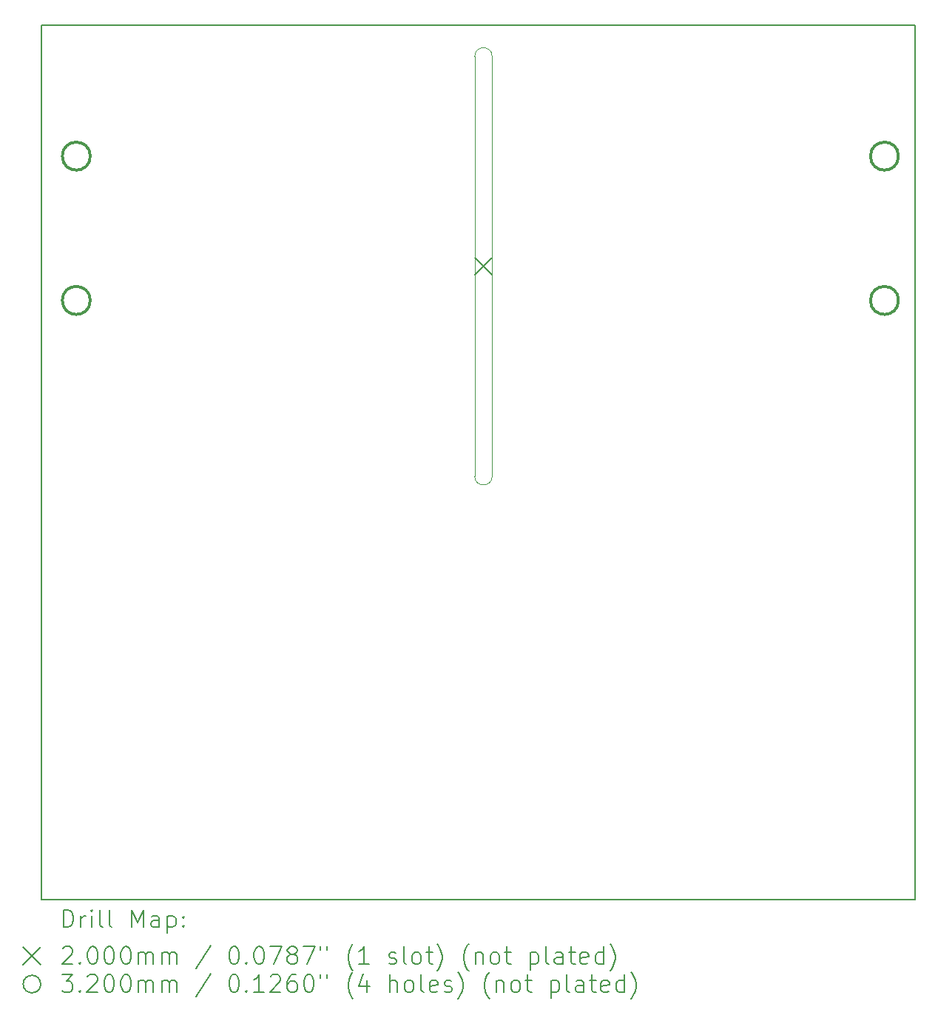
<source format=gbr>
%TF.GenerationSoftware,KiCad,Pcbnew,7.0.11+dfsg-1build4*%
%TF.CreationDate,2025-11-16T19:22:08-06:00*%
%TF.ProjectId,AdapterBoard,41646170-7465-4724-926f-6172642e6b69,rev?*%
%TF.SameCoordinates,Original*%
%TF.FileFunction,Drillmap*%
%TF.FilePolarity,Positive*%
%FSLAX45Y45*%
G04 Gerber Fmt 4.5, Leading zero omitted, Abs format (unit mm)*
G04 Created by KiCad (PCBNEW 7.0.11+dfsg-1build4) date 2025-11-16 19:22:08*
%MOMM*%
%LPD*%
G01*
G04 APERTURE LIST*
%ADD10C,0.150000*%
%ADD11C,0.200000*%
%ADD12C,0.100000*%
%ADD13C,0.320000*%
G04 APERTURE END LIST*
D10*
X13000000Y-3000000D02*
X13000000Y-13000000D01*
X3000000Y-3000000D02*
X13000000Y-3000000D01*
X13000000Y-13000000D02*
X3000000Y-13000000D01*
X3000000Y-13000000D02*
X3000000Y-3000000D01*
D11*
X7960000Y-5660000D02*
X8160000Y-5860000D01*
X8160000Y-5660000D02*
X7960000Y-5860000D01*
D12*
X7960000Y-3360000D02*
X7960000Y-8160000D01*
X7960000Y-8160000D02*
G75*
G03*
X8160000Y-8160000I100000J0D01*
G01*
X8160000Y-8160000D02*
X8160000Y-3360000D01*
X8160000Y-3360000D02*
G75*
G03*
X7960000Y-3360000I-100000J0D01*
G01*
D13*
X3560000Y-4500000D02*
G75*
G03*
X3240000Y-4500000I-160000J0D01*
G01*
X3240000Y-4500000D02*
G75*
G03*
X3560000Y-4500000I160000J0D01*
G01*
X3560000Y-6150000D02*
G75*
G03*
X3240000Y-6150000I-160000J0D01*
G01*
X3240000Y-6150000D02*
G75*
G03*
X3560000Y-6150000I160000J0D01*
G01*
X12810000Y-4500000D02*
G75*
G03*
X12490000Y-4500000I-160000J0D01*
G01*
X12490000Y-4500000D02*
G75*
G03*
X12810000Y-4500000I160000J0D01*
G01*
X12810000Y-6150000D02*
G75*
G03*
X12490000Y-6150000I-160000J0D01*
G01*
X12490000Y-6150000D02*
G75*
G03*
X12810000Y-6150000I160000J0D01*
G01*
D11*
X3253277Y-13318984D02*
X3253277Y-13118984D01*
X3253277Y-13118984D02*
X3300896Y-13118984D01*
X3300896Y-13118984D02*
X3329467Y-13128508D01*
X3329467Y-13128508D02*
X3348515Y-13147555D01*
X3348515Y-13147555D02*
X3358039Y-13166603D01*
X3358039Y-13166603D02*
X3367562Y-13204698D01*
X3367562Y-13204698D02*
X3367562Y-13233269D01*
X3367562Y-13233269D02*
X3358039Y-13271365D01*
X3358039Y-13271365D02*
X3348515Y-13290412D01*
X3348515Y-13290412D02*
X3329467Y-13309460D01*
X3329467Y-13309460D02*
X3300896Y-13318984D01*
X3300896Y-13318984D02*
X3253277Y-13318984D01*
X3453277Y-13318984D02*
X3453277Y-13185650D01*
X3453277Y-13223746D02*
X3462801Y-13204698D01*
X3462801Y-13204698D02*
X3472324Y-13195174D01*
X3472324Y-13195174D02*
X3491372Y-13185650D01*
X3491372Y-13185650D02*
X3510420Y-13185650D01*
X3577086Y-13318984D02*
X3577086Y-13185650D01*
X3577086Y-13118984D02*
X3567562Y-13128508D01*
X3567562Y-13128508D02*
X3577086Y-13138031D01*
X3577086Y-13138031D02*
X3586610Y-13128508D01*
X3586610Y-13128508D02*
X3577086Y-13118984D01*
X3577086Y-13118984D02*
X3577086Y-13138031D01*
X3700896Y-13318984D02*
X3681848Y-13309460D01*
X3681848Y-13309460D02*
X3672324Y-13290412D01*
X3672324Y-13290412D02*
X3672324Y-13118984D01*
X3805658Y-13318984D02*
X3786610Y-13309460D01*
X3786610Y-13309460D02*
X3777086Y-13290412D01*
X3777086Y-13290412D02*
X3777086Y-13118984D01*
X4034229Y-13318984D02*
X4034229Y-13118984D01*
X4034229Y-13118984D02*
X4100896Y-13261841D01*
X4100896Y-13261841D02*
X4167562Y-13118984D01*
X4167562Y-13118984D02*
X4167562Y-13318984D01*
X4348515Y-13318984D02*
X4348515Y-13214222D01*
X4348515Y-13214222D02*
X4338991Y-13195174D01*
X4338991Y-13195174D02*
X4319944Y-13185650D01*
X4319944Y-13185650D02*
X4281848Y-13185650D01*
X4281848Y-13185650D02*
X4262801Y-13195174D01*
X4348515Y-13309460D02*
X4329467Y-13318984D01*
X4329467Y-13318984D02*
X4281848Y-13318984D01*
X4281848Y-13318984D02*
X4262801Y-13309460D01*
X4262801Y-13309460D02*
X4253277Y-13290412D01*
X4253277Y-13290412D02*
X4253277Y-13271365D01*
X4253277Y-13271365D02*
X4262801Y-13252317D01*
X4262801Y-13252317D02*
X4281848Y-13242793D01*
X4281848Y-13242793D02*
X4329467Y-13242793D01*
X4329467Y-13242793D02*
X4348515Y-13233269D01*
X4443753Y-13185650D02*
X4443753Y-13385650D01*
X4443753Y-13195174D02*
X4462801Y-13185650D01*
X4462801Y-13185650D02*
X4500896Y-13185650D01*
X4500896Y-13185650D02*
X4519944Y-13195174D01*
X4519944Y-13195174D02*
X4529467Y-13204698D01*
X4529467Y-13204698D02*
X4538991Y-13223746D01*
X4538991Y-13223746D02*
X4538991Y-13280888D01*
X4538991Y-13280888D02*
X4529467Y-13299936D01*
X4529467Y-13299936D02*
X4519944Y-13309460D01*
X4519944Y-13309460D02*
X4500896Y-13318984D01*
X4500896Y-13318984D02*
X4462801Y-13318984D01*
X4462801Y-13318984D02*
X4443753Y-13309460D01*
X4624705Y-13299936D02*
X4634229Y-13309460D01*
X4634229Y-13309460D02*
X4624705Y-13318984D01*
X4624705Y-13318984D02*
X4615182Y-13309460D01*
X4615182Y-13309460D02*
X4624705Y-13299936D01*
X4624705Y-13299936D02*
X4624705Y-13318984D01*
X4624705Y-13195174D02*
X4634229Y-13204698D01*
X4634229Y-13204698D02*
X4624705Y-13214222D01*
X4624705Y-13214222D02*
X4615182Y-13204698D01*
X4615182Y-13204698D02*
X4624705Y-13195174D01*
X4624705Y-13195174D02*
X4624705Y-13214222D01*
X2792500Y-13547500D02*
X2992500Y-13747500D01*
X2992500Y-13547500D02*
X2792500Y-13747500D01*
X3243753Y-13558031D02*
X3253277Y-13548508D01*
X3253277Y-13548508D02*
X3272324Y-13538984D01*
X3272324Y-13538984D02*
X3319943Y-13538984D01*
X3319943Y-13538984D02*
X3338991Y-13548508D01*
X3338991Y-13548508D02*
X3348515Y-13558031D01*
X3348515Y-13558031D02*
X3358039Y-13577079D01*
X3358039Y-13577079D02*
X3358039Y-13596127D01*
X3358039Y-13596127D02*
X3348515Y-13624698D01*
X3348515Y-13624698D02*
X3234229Y-13738984D01*
X3234229Y-13738984D02*
X3358039Y-13738984D01*
X3443753Y-13719936D02*
X3453277Y-13729460D01*
X3453277Y-13729460D02*
X3443753Y-13738984D01*
X3443753Y-13738984D02*
X3434229Y-13729460D01*
X3434229Y-13729460D02*
X3443753Y-13719936D01*
X3443753Y-13719936D02*
X3443753Y-13738984D01*
X3577086Y-13538984D02*
X3596134Y-13538984D01*
X3596134Y-13538984D02*
X3615182Y-13548508D01*
X3615182Y-13548508D02*
X3624705Y-13558031D01*
X3624705Y-13558031D02*
X3634229Y-13577079D01*
X3634229Y-13577079D02*
X3643753Y-13615174D01*
X3643753Y-13615174D02*
X3643753Y-13662793D01*
X3643753Y-13662793D02*
X3634229Y-13700888D01*
X3634229Y-13700888D02*
X3624705Y-13719936D01*
X3624705Y-13719936D02*
X3615182Y-13729460D01*
X3615182Y-13729460D02*
X3596134Y-13738984D01*
X3596134Y-13738984D02*
X3577086Y-13738984D01*
X3577086Y-13738984D02*
X3558039Y-13729460D01*
X3558039Y-13729460D02*
X3548515Y-13719936D01*
X3548515Y-13719936D02*
X3538991Y-13700888D01*
X3538991Y-13700888D02*
X3529467Y-13662793D01*
X3529467Y-13662793D02*
X3529467Y-13615174D01*
X3529467Y-13615174D02*
X3538991Y-13577079D01*
X3538991Y-13577079D02*
X3548515Y-13558031D01*
X3548515Y-13558031D02*
X3558039Y-13548508D01*
X3558039Y-13548508D02*
X3577086Y-13538984D01*
X3767562Y-13538984D02*
X3786610Y-13538984D01*
X3786610Y-13538984D02*
X3805658Y-13548508D01*
X3805658Y-13548508D02*
X3815182Y-13558031D01*
X3815182Y-13558031D02*
X3824705Y-13577079D01*
X3824705Y-13577079D02*
X3834229Y-13615174D01*
X3834229Y-13615174D02*
X3834229Y-13662793D01*
X3834229Y-13662793D02*
X3824705Y-13700888D01*
X3824705Y-13700888D02*
X3815182Y-13719936D01*
X3815182Y-13719936D02*
X3805658Y-13729460D01*
X3805658Y-13729460D02*
X3786610Y-13738984D01*
X3786610Y-13738984D02*
X3767562Y-13738984D01*
X3767562Y-13738984D02*
X3748515Y-13729460D01*
X3748515Y-13729460D02*
X3738991Y-13719936D01*
X3738991Y-13719936D02*
X3729467Y-13700888D01*
X3729467Y-13700888D02*
X3719943Y-13662793D01*
X3719943Y-13662793D02*
X3719943Y-13615174D01*
X3719943Y-13615174D02*
X3729467Y-13577079D01*
X3729467Y-13577079D02*
X3738991Y-13558031D01*
X3738991Y-13558031D02*
X3748515Y-13548508D01*
X3748515Y-13548508D02*
X3767562Y-13538984D01*
X3958039Y-13538984D02*
X3977086Y-13538984D01*
X3977086Y-13538984D02*
X3996134Y-13548508D01*
X3996134Y-13548508D02*
X4005658Y-13558031D01*
X4005658Y-13558031D02*
X4015182Y-13577079D01*
X4015182Y-13577079D02*
X4024705Y-13615174D01*
X4024705Y-13615174D02*
X4024705Y-13662793D01*
X4024705Y-13662793D02*
X4015182Y-13700888D01*
X4015182Y-13700888D02*
X4005658Y-13719936D01*
X4005658Y-13719936D02*
X3996134Y-13729460D01*
X3996134Y-13729460D02*
X3977086Y-13738984D01*
X3977086Y-13738984D02*
X3958039Y-13738984D01*
X3958039Y-13738984D02*
X3938991Y-13729460D01*
X3938991Y-13729460D02*
X3929467Y-13719936D01*
X3929467Y-13719936D02*
X3919943Y-13700888D01*
X3919943Y-13700888D02*
X3910420Y-13662793D01*
X3910420Y-13662793D02*
X3910420Y-13615174D01*
X3910420Y-13615174D02*
X3919943Y-13577079D01*
X3919943Y-13577079D02*
X3929467Y-13558031D01*
X3929467Y-13558031D02*
X3938991Y-13548508D01*
X3938991Y-13548508D02*
X3958039Y-13538984D01*
X4110420Y-13738984D02*
X4110420Y-13605650D01*
X4110420Y-13624698D02*
X4119943Y-13615174D01*
X4119943Y-13615174D02*
X4138991Y-13605650D01*
X4138991Y-13605650D02*
X4167563Y-13605650D01*
X4167563Y-13605650D02*
X4186610Y-13615174D01*
X4186610Y-13615174D02*
X4196134Y-13634222D01*
X4196134Y-13634222D02*
X4196134Y-13738984D01*
X4196134Y-13634222D02*
X4205658Y-13615174D01*
X4205658Y-13615174D02*
X4224705Y-13605650D01*
X4224705Y-13605650D02*
X4253277Y-13605650D01*
X4253277Y-13605650D02*
X4272325Y-13615174D01*
X4272325Y-13615174D02*
X4281848Y-13634222D01*
X4281848Y-13634222D02*
X4281848Y-13738984D01*
X4377086Y-13738984D02*
X4377086Y-13605650D01*
X4377086Y-13624698D02*
X4386610Y-13615174D01*
X4386610Y-13615174D02*
X4405658Y-13605650D01*
X4405658Y-13605650D02*
X4434229Y-13605650D01*
X4434229Y-13605650D02*
X4453277Y-13615174D01*
X4453277Y-13615174D02*
X4462801Y-13634222D01*
X4462801Y-13634222D02*
X4462801Y-13738984D01*
X4462801Y-13634222D02*
X4472325Y-13615174D01*
X4472325Y-13615174D02*
X4491372Y-13605650D01*
X4491372Y-13605650D02*
X4519944Y-13605650D01*
X4519944Y-13605650D02*
X4538991Y-13615174D01*
X4538991Y-13615174D02*
X4548515Y-13634222D01*
X4548515Y-13634222D02*
X4548515Y-13738984D01*
X4938991Y-13529460D02*
X4767563Y-13786603D01*
X5196134Y-13538984D02*
X5215182Y-13538984D01*
X5215182Y-13538984D02*
X5234229Y-13548508D01*
X5234229Y-13548508D02*
X5243753Y-13558031D01*
X5243753Y-13558031D02*
X5253277Y-13577079D01*
X5253277Y-13577079D02*
X5262801Y-13615174D01*
X5262801Y-13615174D02*
X5262801Y-13662793D01*
X5262801Y-13662793D02*
X5253277Y-13700888D01*
X5253277Y-13700888D02*
X5243753Y-13719936D01*
X5243753Y-13719936D02*
X5234229Y-13729460D01*
X5234229Y-13729460D02*
X5215182Y-13738984D01*
X5215182Y-13738984D02*
X5196134Y-13738984D01*
X5196134Y-13738984D02*
X5177087Y-13729460D01*
X5177087Y-13729460D02*
X5167563Y-13719936D01*
X5167563Y-13719936D02*
X5158039Y-13700888D01*
X5158039Y-13700888D02*
X5148515Y-13662793D01*
X5148515Y-13662793D02*
X5148515Y-13615174D01*
X5148515Y-13615174D02*
X5158039Y-13577079D01*
X5158039Y-13577079D02*
X5167563Y-13558031D01*
X5167563Y-13558031D02*
X5177087Y-13548508D01*
X5177087Y-13548508D02*
X5196134Y-13538984D01*
X5348515Y-13719936D02*
X5358039Y-13729460D01*
X5358039Y-13729460D02*
X5348515Y-13738984D01*
X5348515Y-13738984D02*
X5338991Y-13729460D01*
X5338991Y-13729460D02*
X5348515Y-13719936D01*
X5348515Y-13719936D02*
X5348515Y-13738984D01*
X5481848Y-13538984D02*
X5500896Y-13538984D01*
X5500896Y-13538984D02*
X5519944Y-13548508D01*
X5519944Y-13548508D02*
X5529468Y-13558031D01*
X5529468Y-13558031D02*
X5538991Y-13577079D01*
X5538991Y-13577079D02*
X5548515Y-13615174D01*
X5548515Y-13615174D02*
X5548515Y-13662793D01*
X5548515Y-13662793D02*
X5538991Y-13700888D01*
X5538991Y-13700888D02*
X5529468Y-13719936D01*
X5529468Y-13719936D02*
X5519944Y-13729460D01*
X5519944Y-13729460D02*
X5500896Y-13738984D01*
X5500896Y-13738984D02*
X5481848Y-13738984D01*
X5481848Y-13738984D02*
X5462801Y-13729460D01*
X5462801Y-13729460D02*
X5453277Y-13719936D01*
X5453277Y-13719936D02*
X5443753Y-13700888D01*
X5443753Y-13700888D02*
X5434229Y-13662793D01*
X5434229Y-13662793D02*
X5434229Y-13615174D01*
X5434229Y-13615174D02*
X5443753Y-13577079D01*
X5443753Y-13577079D02*
X5453277Y-13558031D01*
X5453277Y-13558031D02*
X5462801Y-13548508D01*
X5462801Y-13548508D02*
X5481848Y-13538984D01*
X5615182Y-13538984D02*
X5748515Y-13538984D01*
X5748515Y-13538984D02*
X5662801Y-13738984D01*
X5853277Y-13624698D02*
X5834229Y-13615174D01*
X5834229Y-13615174D02*
X5824706Y-13605650D01*
X5824706Y-13605650D02*
X5815182Y-13586603D01*
X5815182Y-13586603D02*
X5815182Y-13577079D01*
X5815182Y-13577079D02*
X5824706Y-13558031D01*
X5824706Y-13558031D02*
X5834229Y-13548508D01*
X5834229Y-13548508D02*
X5853277Y-13538984D01*
X5853277Y-13538984D02*
X5891372Y-13538984D01*
X5891372Y-13538984D02*
X5910420Y-13548508D01*
X5910420Y-13548508D02*
X5919944Y-13558031D01*
X5919944Y-13558031D02*
X5929467Y-13577079D01*
X5929467Y-13577079D02*
X5929467Y-13586603D01*
X5929467Y-13586603D02*
X5919944Y-13605650D01*
X5919944Y-13605650D02*
X5910420Y-13615174D01*
X5910420Y-13615174D02*
X5891372Y-13624698D01*
X5891372Y-13624698D02*
X5853277Y-13624698D01*
X5853277Y-13624698D02*
X5834229Y-13634222D01*
X5834229Y-13634222D02*
X5824706Y-13643746D01*
X5824706Y-13643746D02*
X5815182Y-13662793D01*
X5815182Y-13662793D02*
X5815182Y-13700888D01*
X5815182Y-13700888D02*
X5824706Y-13719936D01*
X5824706Y-13719936D02*
X5834229Y-13729460D01*
X5834229Y-13729460D02*
X5853277Y-13738984D01*
X5853277Y-13738984D02*
X5891372Y-13738984D01*
X5891372Y-13738984D02*
X5910420Y-13729460D01*
X5910420Y-13729460D02*
X5919944Y-13719936D01*
X5919944Y-13719936D02*
X5929467Y-13700888D01*
X5929467Y-13700888D02*
X5929467Y-13662793D01*
X5929467Y-13662793D02*
X5919944Y-13643746D01*
X5919944Y-13643746D02*
X5910420Y-13634222D01*
X5910420Y-13634222D02*
X5891372Y-13624698D01*
X5996134Y-13538984D02*
X6129467Y-13538984D01*
X6129467Y-13538984D02*
X6043753Y-13738984D01*
X6196134Y-13538984D02*
X6196134Y-13577079D01*
X6272325Y-13538984D02*
X6272325Y-13577079D01*
X6567563Y-13815174D02*
X6558039Y-13805650D01*
X6558039Y-13805650D02*
X6538991Y-13777079D01*
X6538991Y-13777079D02*
X6529468Y-13758031D01*
X6529468Y-13758031D02*
X6519944Y-13729460D01*
X6519944Y-13729460D02*
X6510420Y-13681841D01*
X6510420Y-13681841D02*
X6510420Y-13643746D01*
X6510420Y-13643746D02*
X6519944Y-13596127D01*
X6519944Y-13596127D02*
X6529468Y-13567555D01*
X6529468Y-13567555D02*
X6538991Y-13548508D01*
X6538991Y-13548508D02*
X6558039Y-13519936D01*
X6558039Y-13519936D02*
X6567563Y-13510412D01*
X6748515Y-13738984D02*
X6634229Y-13738984D01*
X6691372Y-13738984D02*
X6691372Y-13538984D01*
X6691372Y-13538984D02*
X6672325Y-13567555D01*
X6672325Y-13567555D02*
X6653277Y-13586603D01*
X6653277Y-13586603D02*
X6634229Y-13596127D01*
X6977087Y-13729460D02*
X6996134Y-13738984D01*
X6996134Y-13738984D02*
X7034229Y-13738984D01*
X7034229Y-13738984D02*
X7053277Y-13729460D01*
X7053277Y-13729460D02*
X7062801Y-13710412D01*
X7062801Y-13710412D02*
X7062801Y-13700888D01*
X7062801Y-13700888D02*
X7053277Y-13681841D01*
X7053277Y-13681841D02*
X7034229Y-13672317D01*
X7034229Y-13672317D02*
X7005658Y-13672317D01*
X7005658Y-13672317D02*
X6986610Y-13662793D01*
X6986610Y-13662793D02*
X6977087Y-13643746D01*
X6977087Y-13643746D02*
X6977087Y-13634222D01*
X6977087Y-13634222D02*
X6986610Y-13615174D01*
X6986610Y-13615174D02*
X7005658Y-13605650D01*
X7005658Y-13605650D02*
X7034229Y-13605650D01*
X7034229Y-13605650D02*
X7053277Y-13615174D01*
X7177087Y-13738984D02*
X7158039Y-13729460D01*
X7158039Y-13729460D02*
X7148515Y-13710412D01*
X7148515Y-13710412D02*
X7148515Y-13538984D01*
X7281849Y-13738984D02*
X7262801Y-13729460D01*
X7262801Y-13729460D02*
X7253277Y-13719936D01*
X7253277Y-13719936D02*
X7243753Y-13700888D01*
X7243753Y-13700888D02*
X7243753Y-13643746D01*
X7243753Y-13643746D02*
X7253277Y-13624698D01*
X7253277Y-13624698D02*
X7262801Y-13615174D01*
X7262801Y-13615174D02*
X7281849Y-13605650D01*
X7281849Y-13605650D02*
X7310420Y-13605650D01*
X7310420Y-13605650D02*
X7329468Y-13615174D01*
X7329468Y-13615174D02*
X7338991Y-13624698D01*
X7338991Y-13624698D02*
X7348515Y-13643746D01*
X7348515Y-13643746D02*
X7348515Y-13700888D01*
X7348515Y-13700888D02*
X7338991Y-13719936D01*
X7338991Y-13719936D02*
X7329468Y-13729460D01*
X7329468Y-13729460D02*
X7310420Y-13738984D01*
X7310420Y-13738984D02*
X7281849Y-13738984D01*
X7405658Y-13605650D02*
X7481849Y-13605650D01*
X7434230Y-13538984D02*
X7434230Y-13710412D01*
X7434230Y-13710412D02*
X7443753Y-13729460D01*
X7443753Y-13729460D02*
X7462801Y-13738984D01*
X7462801Y-13738984D02*
X7481849Y-13738984D01*
X7529468Y-13815174D02*
X7538991Y-13805650D01*
X7538991Y-13805650D02*
X7558039Y-13777079D01*
X7558039Y-13777079D02*
X7567563Y-13758031D01*
X7567563Y-13758031D02*
X7577087Y-13729460D01*
X7577087Y-13729460D02*
X7586610Y-13681841D01*
X7586610Y-13681841D02*
X7586610Y-13643746D01*
X7586610Y-13643746D02*
X7577087Y-13596127D01*
X7577087Y-13596127D02*
X7567563Y-13567555D01*
X7567563Y-13567555D02*
X7558039Y-13548508D01*
X7558039Y-13548508D02*
X7538991Y-13519936D01*
X7538991Y-13519936D02*
X7529468Y-13510412D01*
X7891372Y-13815174D02*
X7881849Y-13805650D01*
X7881849Y-13805650D02*
X7862801Y-13777079D01*
X7862801Y-13777079D02*
X7853277Y-13758031D01*
X7853277Y-13758031D02*
X7843753Y-13729460D01*
X7843753Y-13729460D02*
X7834230Y-13681841D01*
X7834230Y-13681841D02*
X7834230Y-13643746D01*
X7834230Y-13643746D02*
X7843753Y-13596127D01*
X7843753Y-13596127D02*
X7853277Y-13567555D01*
X7853277Y-13567555D02*
X7862801Y-13548508D01*
X7862801Y-13548508D02*
X7881849Y-13519936D01*
X7881849Y-13519936D02*
X7891372Y-13510412D01*
X7967563Y-13605650D02*
X7967563Y-13738984D01*
X7967563Y-13624698D02*
X7977087Y-13615174D01*
X7977087Y-13615174D02*
X7996134Y-13605650D01*
X7996134Y-13605650D02*
X8024706Y-13605650D01*
X8024706Y-13605650D02*
X8043753Y-13615174D01*
X8043753Y-13615174D02*
X8053277Y-13634222D01*
X8053277Y-13634222D02*
X8053277Y-13738984D01*
X8177087Y-13738984D02*
X8158039Y-13729460D01*
X8158039Y-13729460D02*
X8148515Y-13719936D01*
X8148515Y-13719936D02*
X8138991Y-13700888D01*
X8138991Y-13700888D02*
X8138991Y-13643746D01*
X8138991Y-13643746D02*
X8148515Y-13624698D01*
X8148515Y-13624698D02*
X8158039Y-13615174D01*
X8158039Y-13615174D02*
X8177087Y-13605650D01*
X8177087Y-13605650D02*
X8205658Y-13605650D01*
X8205658Y-13605650D02*
X8224706Y-13615174D01*
X8224706Y-13615174D02*
X8234230Y-13624698D01*
X8234230Y-13624698D02*
X8243753Y-13643746D01*
X8243753Y-13643746D02*
X8243753Y-13700888D01*
X8243753Y-13700888D02*
X8234230Y-13719936D01*
X8234230Y-13719936D02*
X8224706Y-13729460D01*
X8224706Y-13729460D02*
X8205658Y-13738984D01*
X8205658Y-13738984D02*
X8177087Y-13738984D01*
X8300896Y-13605650D02*
X8377087Y-13605650D01*
X8329468Y-13538984D02*
X8329468Y-13710412D01*
X8329468Y-13710412D02*
X8338991Y-13729460D01*
X8338991Y-13729460D02*
X8358039Y-13738984D01*
X8358039Y-13738984D02*
X8377087Y-13738984D01*
X8596134Y-13605650D02*
X8596134Y-13805650D01*
X8596134Y-13615174D02*
X8615182Y-13605650D01*
X8615182Y-13605650D02*
X8653277Y-13605650D01*
X8653277Y-13605650D02*
X8672325Y-13615174D01*
X8672325Y-13615174D02*
X8681849Y-13624698D01*
X8681849Y-13624698D02*
X8691373Y-13643746D01*
X8691373Y-13643746D02*
X8691373Y-13700888D01*
X8691373Y-13700888D02*
X8681849Y-13719936D01*
X8681849Y-13719936D02*
X8672325Y-13729460D01*
X8672325Y-13729460D02*
X8653277Y-13738984D01*
X8653277Y-13738984D02*
X8615182Y-13738984D01*
X8615182Y-13738984D02*
X8596134Y-13729460D01*
X8805658Y-13738984D02*
X8786611Y-13729460D01*
X8786611Y-13729460D02*
X8777087Y-13710412D01*
X8777087Y-13710412D02*
X8777087Y-13538984D01*
X8967563Y-13738984D02*
X8967563Y-13634222D01*
X8967563Y-13634222D02*
X8958039Y-13615174D01*
X8958039Y-13615174D02*
X8938992Y-13605650D01*
X8938992Y-13605650D02*
X8900896Y-13605650D01*
X8900896Y-13605650D02*
X8881849Y-13615174D01*
X8967563Y-13729460D02*
X8948515Y-13738984D01*
X8948515Y-13738984D02*
X8900896Y-13738984D01*
X8900896Y-13738984D02*
X8881849Y-13729460D01*
X8881849Y-13729460D02*
X8872325Y-13710412D01*
X8872325Y-13710412D02*
X8872325Y-13691365D01*
X8872325Y-13691365D02*
X8881849Y-13672317D01*
X8881849Y-13672317D02*
X8900896Y-13662793D01*
X8900896Y-13662793D02*
X8948515Y-13662793D01*
X8948515Y-13662793D02*
X8967563Y-13653269D01*
X9034230Y-13605650D02*
X9110420Y-13605650D01*
X9062801Y-13538984D02*
X9062801Y-13710412D01*
X9062801Y-13710412D02*
X9072325Y-13729460D01*
X9072325Y-13729460D02*
X9091373Y-13738984D01*
X9091373Y-13738984D02*
X9110420Y-13738984D01*
X9253277Y-13729460D02*
X9234230Y-13738984D01*
X9234230Y-13738984D02*
X9196134Y-13738984D01*
X9196134Y-13738984D02*
X9177087Y-13729460D01*
X9177087Y-13729460D02*
X9167563Y-13710412D01*
X9167563Y-13710412D02*
X9167563Y-13634222D01*
X9167563Y-13634222D02*
X9177087Y-13615174D01*
X9177087Y-13615174D02*
X9196134Y-13605650D01*
X9196134Y-13605650D02*
X9234230Y-13605650D01*
X9234230Y-13605650D02*
X9253277Y-13615174D01*
X9253277Y-13615174D02*
X9262801Y-13634222D01*
X9262801Y-13634222D02*
X9262801Y-13653269D01*
X9262801Y-13653269D02*
X9167563Y-13672317D01*
X9434230Y-13738984D02*
X9434230Y-13538984D01*
X9434230Y-13729460D02*
X9415182Y-13738984D01*
X9415182Y-13738984D02*
X9377087Y-13738984D01*
X9377087Y-13738984D02*
X9358039Y-13729460D01*
X9358039Y-13729460D02*
X9348515Y-13719936D01*
X9348515Y-13719936D02*
X9338992Y-13700888D01*
X9338992Y-13700888D02*
X9338992Y-13643746D01*
X9338992Y-13643746D02*
X9348515Y-13624698D01*
X9348515Y-13624698D02*
X9358039Y-13615174D01*
X9358039Y-13615174D02*
X9377087Y-13605650D01*
X9377087Y-13605650D02*
X9415182Y-13605650D01*
X9415182Y-13605650D02*
X9434230Y-13615174D01*
X9510420Y-13815174D02*
X9519944Y-13805650D01*
X9519944Y-13805650D02*
X9538992Y-13777079D01*
X9538992Y-13777079D02*
X9548515Y-13758031D01*
X9548515Y-13758031D02*
X9558039Y-13729460D01*
X9558039Y-13729460D02*
X9567563Y-13681841D01*
X9567563Y-13681841D02*
X9567563Y-13643746D01*
X9567563Y-13643746D02*
X9558039Y-13596127D01*
X9558039Y-13596127D02*
X9548515Y-13567555D01*
X9548515Y-13567555D02*
X9538992Y-13548508D01*
X9538992Y-13548508D02*
X9519944Y-13519936D01*
X9519944Y-13519936D02*
X9510420Y-13510412D01*
X2992500Y-13967500D02*
G75*
G03*
X2792500Y-13967500I-100000J0D01*
G01*
X2792500Y-13967500D02*
G75*
G03*
X2992500Y-13967500I100000J0D01*
G01*
X3234229Y-13858984D02*
X3358039Y-13858984D01*
X3358039Y-13858984D02*
X3291372Y-13935174D01*
X3291372Y-13935174D02*
X3319943Y-13935174D01*
X3319943Y-13935174D02*
X3338991Y-13944698D01*
X3338991Y-13944698D02*
X3348515Y-13954222D01*
X3348515Y-13954222D02*
X3358039Y-13973269D01*
X3358039Y-13973269D02*
X3358039Y-14020888D01*
X3358039Y-14020888D02*
X3348515Y-14039936D01*
X3348515Y-14039936D02*
X3338991Y-14049460D01*
X3338991Y-14049460D02*
X3319943Y-14058984D01*
X3319943Y-14058984D02*
X3262801Y-14058984D01*
X3262801Y-14058984D02*
X3243753Y-14049460D01*
X3243753Y-14049460D02*
X3234229Y-14039936D01*
X3443753Y-14039936D02*
X3453277Y-14049460D01*
X3453277Y-14049460D02*
X3443753Y-14058984D01*
X3443753Y-14058984D02*
X3434229Y-14049460D01*
X3434229Y-14049460D02*
X3443753Y-14039936D01*
X3443753Y-14039936D02*
X3443753Y-14058984D01*
X3529467Y-13878031D02*
X3538991Y-13868508D01*
X3538991Y-13868508D02*
X3558039Y-13858984D01*
X3558039Y-13858984D02*
X3605658Y-13858984D01*
X3605658Y-13858984D02*
X3624705Y-13868508D01*
X3624705Y-13868508D02*
X3634229Y-13878031D01*
X3634229Y-13878031D02*
X3643753Y-13897079D01*
X3643753Y-13897079D02*
X3643753Y-13916127D01*
X3643753Y-13916127D02*
X3634229Y-13944698D01*
X3634229Y-13944698D02*
X3519943Y-14058984D01*
X3519943Y-14058984D02*
X3643753Y-14058984D01*
X3767562Y-13858984D02*
X3786610Y-13858984D01*
X3786610Y-13858984D02*
X3805658Y-13868508D01*
X3805658Y-13868508D02*
X3815182Y-13878031D01*
X3815182Y-13878031D02*
X3824705Y-13897079D01*
X3824705Y-13897079D02*
X3834229Y-13935174D01*
X3834229Y-13935174D02*
X3834229Y-13982793D01*
X3834229Y-13982793D02*
X3824705Y-14020888D01*
X3824705Y-14020888D02*
X3815182Y-14039936D01*
X3815182Y-14039936D02*
X3805658Y-14049460D01*
X3805658Y-14049460D02*
X3786610Y-14058984D01*
X3786610Y-14058984D02*
X3767562Y-14058984D01*
X3767562Y-14058984D02*
X3748515Y-14049460D01*
X3748515Y-14049460D02*
X3738991Y-14039936D01*
X3738991Y-14039936D02*
X3729467Y-14020888D01*
X3729467Y-14020888D02*
X3719943Y-13982793D01*
X3719943Y-13982793D02*
X3719943Y-13935174D01*
X3719943Y-13935174D02*
X3729467Y-13897079D01*
X3729467Y-13897079D02*
X3738991Y-13878031D01*
X3738991Y-13878031D02*
X3748515Y-13868508D01*
X3748515Y-13868508D02*
X3767562Y-13858984D01*
X3958039Y-13858984D02*
X3977086Y-13858984D01*
X3977086Y-13858984D02*
X3996134Y-13868508D01*
X3996134Y-13868508D02*
X4005658Y-13878031D01*
X4005658Y-13878031D02*
X4015182Y-13897079D01*
X4015182Y-13897079D02*
X4024705Y-13935174D01*
X4024705Y-13935174D02*
X4024705Y-13982793D01*
X4024705Y-13982793D02*
X4015182Y-14020888D01*
X4015182Y-14020888D02*
X4005658Y-14039936D01*
X4005658Y-14039936D02*
X3996134Y-14049460D01*
X3996134Y-14049460D02*
X3977086Y-14058984D01*
X3977086Y-14058984D02*
X3958039Y-14058984D01*
X3958039Y-14058984D02*
X3938991Y-14049460D01*
X3938991Y-14049460D02*
X3929467Y-14039936D01*
X3929467Y-14039936D02*
X3919943Y-14020888D01*
X3919943Y-14020888D02*
X3910420Y-13982793D01*
X3910420Y-13982793D02*
X3910420Y-13935174D01*
X3910420Y-13935174D02*
X3919943Y-13897079D01*
X3919943Y-13897079D02*
X3929467Y-13878031D01*
X3929467Y-13878031D02*
X3938991Y-13868508D01*
X3938991Y-13868508D02*
X3958039Y-13858984D01*
X4110420Y-14058984D02*
X4110420Y-13925650D01*
X4110420Y-13944698D02*
X4119943Y-13935174D01*
X4119943Y-13935174D02*
X4138991Y-13925650D01*
X4138991Y-13925650D02*
X4167563Y-13925650D01*
X4167563Y-13925650D02*
X4186610Y-13935174D01*
X4186610Y-13935174D02*
X4196134Y-13954222D01*
X4196134Y-13954222D02*
X4196134Y-14058984D01*
X4196134Y-13954222D02*
X4205658Y-13935174D01*
X4205658Y-13935174D02*
X4224705Y-13925650D01*
X4224705Y-13925650D02*
X4253277Y-13925650D01*
X4253277Y-13925650D02*
X4272325Y-13935174D01*
X4272325Y-13935174D02*
X4281848Y-13954222D01*
X4281848Y-13954222D02*
X4281848Y-14058984D01*
X4377086Y-14058984D02*
X4377086Y-13925650D01*
X4377086Y-13944698D02*
X4386610Y-13935174D01*
X4386610Y-13935174D02*
X4405658Y-13925650D01*
X4405658Y-13925650D02*
X4434229Y-13925650D01*
X4434229Y-13925650D02*
X4453277Y-13935174D01*
X4453277Y-13935174D02*
X4462801Y-13954222D01*
X4462801Y-13954222D02*
X4462801Y-14058984D01*
X4462801Y-13954222D02*
X4472325Y-13935174D01*
X4472325Y-13935174D02*
X4491372Y-13925650D01*
X4491372Y-13925650D02*
X4519944Y-13925650D01*
X4519944Y-13925650D02*
X4538991Y-13935174D01*
X4538991Y-13935174D02*
X4548515Y-13954222D01*
X4548515Y-13954222D02*
X4548515Y-14058984D01*
X4938991Y-13849460D02*
X4767563Y-14106603D01*
X5196134Y-13858984D02*
X5215182Y-13858984D01*
X5215182Y-13858984D02*
X5234229Y-13868508D01*
X5234229Y-13868508D02*
X5243753Y-13878031D01*
X5243753Y-13878031D02*
X5253277Y-13897079D01*
X5253277Y-13897079D02*
X5262801Y-13935174D01*
X5262801Y-13935174D02*
X5262801Y-13982793D01*
X5262801Y-13982793D02*
X5253277Y-14020888D01*
X5253277Y-14020888D02*
X5243753Y-14039936D01*
X5243753Y-14039936D02*
X5234229Y-14049460D01*
X5234229Y-14049460D02*
X5215182Y-14058984D01*
X5215182Y-14058984D02*
X5196134Y-14058984D01*
X5196134Y-14058984D02*
X5177087Y-14049460D01*
X5177087Y-14049460D02*
X5167563Y-14039936D01*
X5167563Y-14039936D02*
X5158039Y-14020888D01*
X5158039Y-14020888D02*
X5148515Y-13982793D01*
X5148515Y-13982793D02*
X5148515Y-13935174D01*
X5148515Y-13935174D02*
X5158039Y-13897079D01*
X5158039Y-13897079D02*
X5167563Y-13878031D01*
X5167563Y-13878031D02*
X5177087Y-13868508D01*
X5177087Y-13868508D02*
X5196134Y-13858984D01*
X5348515Y-14039936D02*
X5358039Y-14049460D01*
X5358039Y-14049460D02*
X5348515Y-14058984D01*
X5348515Y-14058984D02*
X5338991Y-14049460D01*
X5338991Y-14049460D02*
X5348515Y-14039936D01*
X5348515Y-14039936D02*
X5348515Y-14058984D01*
X5548515Y-14058984D02*
X5434229Y-14058984D01*
X5491372Y-14058984D02*
X5491372Y-13858984D01*
X5491372Y-13858984D02*
X5472325Y-13887555D01*
X5472325Y-13887555D02*
X5453277Y-13906603D01*
X5453277Y-13906603D02*
X5434229Y-13916127D01*
X5624706Y-13878031D02*
X5634229Y-13868508D01*
X5634229Y-13868508D02*
X5653277Y-13858984D01*
X5653277Y-13858984D02*
X5700896Y-13858984D01*
X5700896Y-13858984D02*
X5719944Y-13868508D01*
X5719944Y-13868508D02*
X5729467Y-13878031D01*
X5729467Y-13878031D02*
X5738991Y-13897079D01*
X5738991Y-13897079D02*
X5738991Y-13916127D01*
X5738991Y-13916127D02*
X5729467Y-13944698D01*
X5729467Y-13944698D02*
X5615182Y-14058984D01*
X5615182Y-14058984D02*
X5738991Y-14058984D01*
X5910420Y-13858984D02*
X5872325Y-13858984D01*
X5872325Y-13858984D02*
X5853277Y-13868508D01*
X5853277Y-13868508D02*
X5843753Y-13878031D01*
X5843753Y-13878031D02*
X5824706Y-13906603D01*
X5824706Y-13906603D02*
X5815182Y-13944698D01*
X5815182Y-13944698D02*
X5815182Y-14020888D01*
X5815182Y-14020888D02*
X5824706Y-14039936D01*
X5824706Y-14039936D02*
X5834229Y-14049460D01*
X5834229Y-14049460D02*
X5853277Y-14058984D01*
X5853277Y-14058984D02*
X5891372Y-14058984D01*
X5891372Y-14058984D02*
X5910420Y-14049460D01*
X5910420Y-14049460D02*
X5919944Y-14039936D01*
X5919944Y-14039936D02*
X5929467Y-14020888D01*
X5929467Y-14020888D02*
X5929467Y-13973269D01*
X5929467Y-13973269D02*
X5919944Y-13954222D01*
X5919944Y-13954222D02*
X5910420Y-13944698D01*
X5910420Y-13944698D02*
X5891372Y-13935174D01*
X5891372Y-13935174D02*
X5853277Y-13935174D01*
X5853277Y-13935174D02*
X5834229Y-13944698D01*
X5834229Y-13944698D02*
X5824706Y-13954222D01*
X5824706Y-13954222D02*
X5815182Y-13973269D01*
X6053277Y-13858984D02*
X6072325Y-13858984D01*
X6072325Y-13858984D02*
X6091372Y-13868508D01*
X6091372Y-13868508D02*
X6100896Y-13878031D01*
X6100896Y-13878031D02*
X6110420Y-13897079D01*
X6110420Y-13897079D02*
X6119944Y-13935174D01*
X6119944Y-13935174D02*
X6119944Y-13982793D01*
X6119944Y-13982793D02*
X6110420Y-14020888D01*
X6110420Y-14020888D02*
X6100896Y-14039936D01*
X6100896Y-14039936D02*
X6091372Y-14049460D01*
X6091372Y-14049460D02*
X6072325Y-14058984D01*
X6072325Y-14058984D02*
X6053277Y-14058984D01*
X6053277Y-14058984D02*
X6034229Y-14049460D01*
X6034229Y-14049460D02*
X6024706Y-14039936D01*
X6024706Y-14039936D02*
X6015182Y-14020888D01*
X6015182Y-14020888D02*
X6005658Y-13982793D01*
X6005658Y-13982793D02*
X6005658Y-13935174D01*
X6005658Y-13935174D02*
X6015182Y-13897079D01*
X6015182Y-13897079D02*
X6024706Y-13878031D01*
X6024706Y-13878031D02*
X6034229Y-13868508D01*
X6034229Y-13868508D02*
X6053277Y-13858984D01*
X6196134Y-13858984D02*
X6196134Y-13897079D01*
X6272325Y-13858984D02*
X6272325Y-13897079D01*
X6567563Y-14135174D02*
X6558039Y-14125650D01*
X6558039Y-14125650D02*
X6538991Y-14097079D01*
X6538991Y-14097079D02*
X6529468Y-14078031D01*
X6529468Y-14078031D02*
X6519944Y-14049460D01*
X6519944Y-14049460D02*
X6510420Y-14001841D01*
X6510420Y-14001841D02*
X6510420Y-13963746D01*
X6510420Y-13963746D02*
X6519944Y-13916127D01*
X6519944Y-13916127D02*
X6529468Y-13887555D01*
X6529468Y-13887555D02*
X6538991Y-13868508D01*
X6538991Y-13868508D02*
X6558039Y-13839936D01*
X6558039Y-13839936D02*
X6567563Y-13830412D01*
X6729468Y-13925650D02*
X6729468Y-14058984D01*
X6681848Y-13849460D02*
X6634229Y-13992317D01*
X6634229Y-13992317D02*
X6758039Y-13992317D01*
X6986610Y-14058984D02*
X6986610Y-13858984D01*
X7072325Y-14058984D02*
X7072325Y-13954222D01*
X7072325Y-13954222D02*
X7062801Y-13935174D01*
X7062801Y-13935174D02*
X7043753Y-13925650D01*
X7043753Y-13925650D02*
X7015182Y-13925650D01*
X7015182Y-13925650D02*
X6996134Y-13935174D01*
X6996134Y-13935174D02*
X6986610Y-13944698D01*
X7196134Y-14058984D02*
X7177087Y-14049460D01*
X7177087Y-14049460D02*
X7167563Y-14039936D01*
X7167563Y-14039936D02*
X7158039Y-14020888D01*
X7158039Y-14020888D02*
X7158039Y-13963746D01*
X7158039Y-13963746D02*
X7167563Y-13944698D01*
X7167563Y-13944698D02*
X7177087Y-13935174D01*
X7177087Y-13935174D02*
X7196134Y-13925650D01*
X7196134Y-13925650D02*
X7224706Y-13925650D01*
X7224706Y-13925650D02*
X7243753Y-13935174D01*
X7243753Y-13935174D02*
X7253277Y-13944698D01*
X7253277Y-13944698D02*
X7262801Y-13963746D01*
X7262801Y-13963746D02*
X7262801Y-14020888D01*
X7262801Y-14020888D02*
X7253277Y-14039936D01*
X7253277Y-14039936D02*
X7243753Y-14049460D01*
X7243753Y-14049460D02*
X7224706Y-14058984D01*
X7224706Y-14058984D02*
X7196134Y-14058984D01*
X7377087Y-14058984D02*
X7358039Y-14049460D01*
X7358039Y-14049460D02*
X7348515Y-14030412D01*
X7348515Y-14030412D02*
X7348515Y-13858984D01*
X7529468Y-14049460D02*
X7510420Y-14058984D01*
X7510420Y-14058984D02*
X7472325Y-14058984D01*
X7472325Y-14058984D02*
X7453277Y-14049460D01*
X7453277Y-14049460D02*
X7443753Y-14030412D01*
X7443753Y-14030412D02*
X7443753Y-13954222D01*
X7443753Y-13954222D02*
X7453277Y-13935174D01*
X7453277Y-13935174D02*
X7472325Y-13925650D01*
X7472325Y-13925650D02*
X7510420Y-13925650D01*
X7510420Y-13925650D02*
X7529468Y-13935174D01*
X7529468Y-13935174D02*
X7538991Y-13954222D01*
X7538991Y-13954222D02*
X7538991Y-13973269D01*
X7538991Y-13973269D02*
X7443753Y-13992317D01*
X7615182Y-14049460D02*
X7634230Y-14058984D01*
X7634230Y-14058984D02*
X7672325Y-14058984D01*
X7672325Y-14058984D02*
X7691372Y-14049460D01*
X7691372Y-14049460D02*
X7700896Y-14030412D01*
X7700896Y-14030412D02*
X7700896Y-14020888D01*
X7700896Y-14020888D02*
X7691372Y-14001841D01*
X7691372Y-14001841D02*
X7672325Y-13992317D01*
X7672325Y-13992317D02*
X7643753Y-13992317D01*
X7643753Y-13992317D02*
X7624706Y-13982793D01*
X7624706Y-13982793D02*
X7615182Y-13963746D01*
X7615182Y-13963746D02*
X7615182Y-13954222D01*
X7615182Y-13954222D02*
X7624706Y-13935174D01*
X7624706Y-13935174D02*
X7643753Y-13925650D01*
X7643753Y-13925650D02*
X7672325Y-13925650D01*
X7672325Y-13925650D02*
X7691372Y-13935174D01*
X7767563Y-14135174D02*
X7777087Y-14125650D01*
X7777087Y-14125650D02*
X7796134Y-14097079D01*
X7796134Y-14097079D02*
X7805658Y-14078031D01*
X7805658Y-14078031D02*
X7815182Y-14049460D01*
X7815182Y-14049460D02*
X7824706Y-14001841D01*
X7824706Y-14001841D02*
X7824706Y-13963746D01*
X7824706Y-13963746D02*
X7815182Y-13916127D01*
X7815182Y-13916127D02*
X7805658Y-13887555D01*
X7805658Y-13887555D02*
X7796134Y-13868508D01*
X7796134Y-13868508D02*
X7777087Y-13839936D01*
X7777087Y-13839936D02*
X7767563Y-13830412D01*
X8129468Y-14135174D02*
X8119944Y-14125650D01*
X8119944Y-14125650D02*
X8100896Y-14097079D01*
X8100896Y-14097079D02*
X8091372Y-14078031D01*
X8091372Y-14078031D02*
X8081849Y-14049460D01*
X8081849Y-14049460D02*
X8072325Y-14001841D01*
X8072325Y-14001841D02*
X8072325Y-13963746D01*
X8072325Y-13963746D02*
X8081849Y-13916127D01*
X8081849Y-13916127D02*
X8091372Y-13887555D01*
X8091372Y-13887555D02*
X8100896Y-13868508D01*
X8100896Y-13868508D02*
X8119944Y-13839936D01*
X8119944Y-13839936D02*
X8129468Y-13830412D01*
X8205658Y-13925650D02*
X8205658Y-14058984D01*
X8205658Y-13944698D02*
X8215182Y-13935174D01*
X8215182Y-13935174D02*
X8234230Y-13925650D01*
X8234230Y-13925650D02*
X8262801Y-13925650D01*
X8262801Y-13925650D02*
X8281849Y-13935174D01*
X8281849Y-13935174D02*
X8291372Y-13954222D01*
X8291372Y-13954222D02*
X8291372Y-14058984D01*
X8415182Y-14058984D02*
X8396134Y-14049460D01*
X8396134Y-14049460D02*
X8386611Y-14039936D01*
X8386611Y-14039936D02*
X8377087Y-14020888D01*
X8377087Y-14020888D02*
X8377087Y-13963746D01*
X8377087Y-13963746D02*
X8386611Y-13944698D01*
X8386611Y-13944698D02*
X8396134Y-13935174D01*
X8396134Y-13935174D02*
X8415182Y-13925650D01*
X8415182Y-13925650D02*
X8443754Y-13925650D01*
X8443754Y-13925650D02*
X8462801Y-13935174D01*
X8462801Y-13935174D02*
X8472325Y-13944698D01*
X8472325Y-13944698D02*
X8481849Y-13963746D01*
X8481849Y-13963746D02*
X8481849Y-14020888D01*
X8481849Y-14020888D02*
X8472325Y-14039936D01*
X8472325Y-14039936D02*
X8462801Y-14049460D01*
X8462801Y-14049460D02*
X8443754Y-14058984D01*
X8443754Y-14058984D02*
X8415182Y-14058984D01*
X8538992Y-13925650D02*
X8615182Y-13925650D01*
X8567563Y-13858984D02*
X8567563Y-14030412D01*
X8567563Y-14030412D02*
X8577087Y-14049460D01*
X8577087Y-14049460D02*
X8596134Y-14058984D01*
X8596134Y-14058984D02*
X8615182Y-14058984D01*
X8834230Y-13925650D02*
X8834230Y-14125650D01*
X8834230Y-13935174D02*
X8853277Y-13925650D01*
X8853277Y-13925650D02*
X8891373Y-13925650D01*
X8891373Y-13925650D02*
X8910420Y-13935174D01*
X8910420Y-13935174D02*
X8919944Y-13944698D01*
X8919944Y-13944698D02*
X8929468Y-13963746D01*
X8929468Y-13963746D02*
X8929468Y-14020888D01*
X8929468Y-14020888D02*
X8919944Y-14039936D01*
X8919944Y-14039936D02*
X8910420Y-14049460D01*
X8910420Y-14049460D02*
X8891373Y-14058984D01*
X8891373Y-14058984D02*
X8853277Y-14058984D01*
X8853277Y-14058984D02*
X8834230Y-14049460D01*
X9043754Y-14058984D02*
X9024706Y-14049460D01*
X9024706Y-14049460D02*
X9015182Y-14030412D01*
X9015182Y-14030412D02*
X9015182Y-13858984D01*
X9205658Y-14058984D02*
X9205658Y-13954222D01*
X9205658Y-13954222D02*
X9196135Y-13935174D01*
X9196135Y-13935174D02*
X9177087Y-13925650D01*
X9177087Y-13925650D02*
X9138992Y-13925650D01*
X9138992Y-13925650D02*
X9119944Y-13935174D01*
X9205658Y-14049460D02*
X9186611Y-14058984D01*
X9186611Y-14058984D02*
X9138992Y-14058984D01*
X9138992Y-14058984D02*
X9119944Y-14049460D01*
X9119944Y-14049460D02*
X9110420Y-14030412D01*
X9110420Y-14030412D02*
X9110420Y-14011365D01*
X9110420Y-14011365D02*
X9119944Y-13992317D01*
X9119944Y-13992317D02*
X9138992Y-13982793D01*
X9138992Y-13982793D02*
X9186611Y-13982793D01*
X9186611Y-13982793D02*
X9205658Y-13973269D01*
X9272325Y-13925650D02*
X9348515Y-13925650D01*
X9300896Y-13858984D02*
X9300896Y-14030412D01*
X9300896Y-14030412D02*
X9310420Y-14049460D01*
X9310420Y-14049460D02*
X9329468Y-14058984D01*
X9329468Y-14058984D02*
X9348515Y-14058984D01*
X9491373Y-14049460D02*
X9472325Y-14058984D01*
X9472325Y-14058984D02*
X9434230Y-14058984D01*
X9434230Y-14058984D02*
X9415182Y-14049460D01*
X9415182Y-14049460D02*
X9405658Y-14030412D01*
X9405658Y-14030412D02*
X9405658Y-13954222D01*
X9405658Y-13954222D02*
X9415182Y-13935174D01*
X9415182Y-13935174D02*
X9434230Y-13925650D01*
X9434230Y-13925650D02*
X9472325Y-13925650D01*
X9472325Y-13925650D02*
X9491373Y-13935174D01*
X9491373Y-13935174D02*
X9500896Y-13954222D01*
X9500896Y-13954222D02*
X9500896Y-13973269D01*
X9500896Y-13973269D02*
X9405658Y-13992317D01*
X9672325Y-14058984D02*
X9672325Y-13858984D01*
X9672325Y-14049460D02*
X9653277Y-14058984D01*
X9653277Y-14058984D02*
X9615182Y-14058984D01*
X9615182Y-14058984D02*
X9596135Y-14049460D01*
X9596135Y-14049460D02*
X9586611Y-14039936D01*
X9586611Y-14039936D02*
X9577087Y-14020888D01*
X9577087Y-14020888D02*
X9577087Y-13963746D01*
X9577087Y-13963746D02*
X9586611Y-13944698D01*
X9586611Y-13944698D02*
X9596135Y-13935174D01*
X9596135Y-13935174D02*
X9615182Y-13925650D01*
X9615182Y-13925650D02*
X9653277Y-13925650D01*
X9653277Y-13925650D02*
X9672325Y-13935174D01*
X9748516Y-14135174D02*
X9758039Y-14125650D01*
X9758039Y-14125650D02*
X9777087Y-14097079D01*
X9777087Y-14097079D02*
X9786611Y-14078031D01*
X9786611Y-14078031D02*
X9796135Y-14049460D01*
X9796135Y-14049460D02*
X9805658Y-14001841D01*
X9805658Y-14001841D02*
X9805658Y-13963746D01*
X9805658Y-13963746D02*
X9796135Y-13916127D01*
X9796135Y-13916127D02*
X9786611Y-13887555D01*
X9786611Y-13887555D02*
X9777087Y-13868508D01*
X9777087Y-13868508D02*
X9758039Y-13839936D01*
X9758039Y-13839936D02*
X9748516Y-13830412D01*
M02*

</source>
